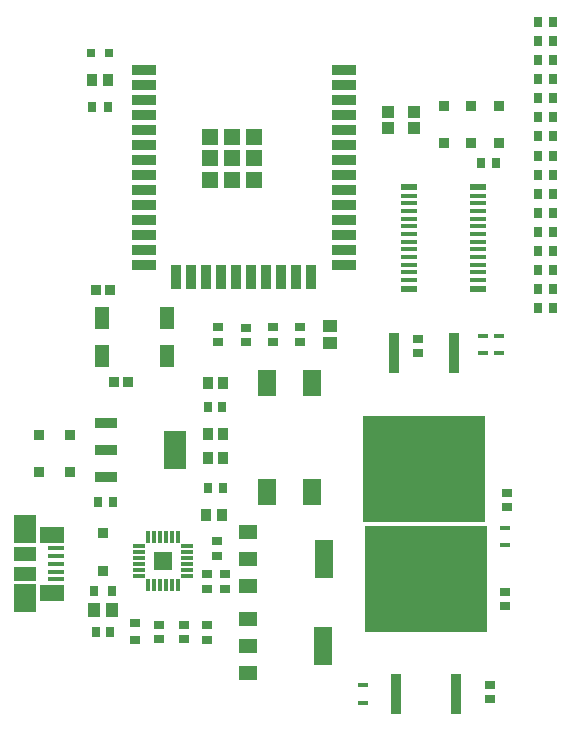
<source format=gtp>
G04*
G04 #@! TF.GenerationSoftware,Altium Limited,Altium Designer,20.1.12 (249)*
G04*
G04 Layer_Color=8421504*
%FSLAX25Y25*%
%MOIN*%
G70*
G04*
G04 #@! TF.SameCoordinates,D1749837-0096-4F70-BC88-1939EB490A75*
G04*
G04*
G04 #@! TF.FilePolarity,Positive*
G04*
G01*
G75*
%ADD16R,0.03347X0.01772*%
%ADD17R,0.02953X0.03347*%
%ADD18R,0.07874X0.03543*%
%ADD19R,0.03543X0.07874*%
%ADD20R,0.05236X0.05236*%
%ADD21R,0.03150X0.03543*%
%ADD22R,0.03740X0.03543*%
%ADD23R,0.03543X0.02953*%
%ADD24R,0.05433X0.01772*%
%ADD25R,0.08268X0.05807*%
%ADD26R,0.07480X0.09350*%
%ADD27R,0.07480X0.04626*%
%ADD28R,0.03740X0.13780*%
%ADD29R,0.40748X0.35433*%
%ADD30R,0.03543X0.03937*%
%ADD31R,0.05118X0.07480*%
%ADD32R,0.06299X0.08583*%
%ADD33R,0.06299X0.08661*%
%ADD34R,0.03543X0.03150*%
%ADD35R,0.05118X0.03937*%
%ADD36R,0.05906X0.12992*%
%ADD37R,0.05906X0.04724*%
%ADD38R,0.02953X0.03543*%
%ADD39R,0.03347X0.02953*%
%ADD40R,0.02756X0.03543*%
%ADD41R,0.03543X0.02756*%
%ADD42R,0.04331X0.03937*%
%ADD43R,0.05315X0.01575*%
%ADD44R,0.05315X0.02362*%
%ADD45R,0.04147X0.01181*%
%ADD46R,0.01181X0.04147*%
%ADD47R,0.06000X0.06000*%
%ADD48R,0.07480X0.03543*%
%ADD49R,0.07480X0.12598*%
%ADD50R,0.03740X0.03740*%
%ADD51R,0.03150X0.03150*%
%ADD52R,0.03937X0.05118*%
D16*
X284000Y230453D02*
D03*
Y224547D02*
D03*
X289500Y230405D02*
D03*
Y224500D02*
D03*
X291500Y160547D02*
D03*
Y166453D02*
D03*
X244000Y113953D02*
D03*
Y108047D02*
D03*
D17*
X307559Y309533D02*
D03*
X302441D02*
D03*
X307559Y303167D02*
D03*
X302441D02*
D03*
X307500Y296800D02*
D03*
X302382D02*
D03*
X307559Y290433D02*
D03*
X302441D02*
D03*
X307559Y284067D02*
D03*
X302441D02*
D03*
X307559Y277700D02*
D03*
X302441D02*
D03*
X307559Y271333D02*
D03*
X302441D02*
D03*
X307559Y264967D02*
D03*
X302441D02*
D03*
X307559Y245867D02*
D03*
X302441D02*
D03*
X307559Y252233D02*
D03*
X302441D02*
D03*
X307559Y258600D02*
D03*
X302441D02*
D03*
X307559Y239500D02*
D03*
X302441D02*
D03*
X307559Y315900D02*
D03*
X302441D02*
D03*
X307559Y335000D02*
D03*
X302441D02*
D03*
X307559Y322267D02*
D03*
X302441D02*
D03*
X307500Y328633D02*
D03*
X302382D02*
D03*
X283441Y288000D02*
D03*
X288559D02*
D03*
X153941Y306500D02*
D03*
X159059D02*
D03*
D18*
X171000Y319000D02*
D03*
Y314000D02*
D03*
Y309000D02*
D03*
Y304000D02*
D03*
Y299000D02*
D03*
Y294000D02*
D03*
Y289000D02*
D03*
Y284000D02*
D03*
Y279000D02*
D03*
Y274000D02*
D03*
Y269000D02*
D03*
Y264000D02*
D03*
Y259000D02*
D03*
Y254000D02*
D03*
X237929D02*
D03*
Y259000D02*
D03*
Y264000D02*
D03*
Y269000D02*
D03*
Y274000D02*
D03*
Y279000D02*
D03*
Y284000D02*
D03*
Y289000D02*
D03*
Y294000D02*
D03*
Y299000D02*
D03*
Y304000D02*
D03*
Y309000D02*
D03*
Y314000D02*
D03*
Y319000D02*
D03*
D19*
X181965Y250063D02*
D03*
X186965D02*
D03*
X191965D02*
D03*
X196965D02*
D03*
X201965D02*
D03*
X206965D02*
D03*
X211965D02*
D03*
X216965D02*
D03*
X221965D02*
D03*
X226965D02*
D03*
D20*
X193303Y296697D02*
D03*
X200528D02*
D03*
X207752D02*
D03*
X193303Y289472D02*
D03*
X200528D02*
D03*
X207752D02*
D03*
X193303Y282248D02*
D03*
X200528D02*
D03*
X207752D02*
D03*
D21*
X160685Y174921D02*
D03*
X155764D02*
D03*
X159961Y131500D02*
D03*
X155039D02*
D03*
D22*
X157630Y152106D02*
D03*
Y164508D02*
D03*
X289500Y294528D02*
D03*
Y306929D02*
D03*
X280250Y294528D02*
D03*
Y306929D02*
D03*
X271000Y294528D02*
D03*
Y306929D02*
D03*
X146630Y184807D02*
D03*
Y197209D02*
D03*
X136130Y184807D02*
D03*
Y197209D02*
D03*
D23*
X292000Y177862D02*
D03*
Y173138D02*
D03*
X291500Y144862D02*
D03*
Y140138D02*
D03*
X286500Y109138D02*
D03*
Y113862D02*
D03*
X262500Y229362D02*
D03*
Y224638D02*
D03*
X195673Y233173D02*
D03*
Y228449D02*
D03*
X205173Y233114D02*
D03*
Y228390D02*
D03*
X184547Y129157D02*
D03*
Y133882D02*
D03*
X176047Y129157D02*
D03*
Y133882D02*
D03*
D24*
X141909Y159461D02*
D03*
Y156902D02*
D03*
Y154342D02*
D03*
Y151784D02*
D03*
Y149224D02*
D03*
D25*
X140492Y164037D02*
D03*
Y144648D02*
D03*
D26*
X131437Y165809D02*
D03*
Y142876D02*
D03*
D27*
Y157640D02*
D03*
Y151045D02*
D03*
D28*
X274500Y224500D02*
D03*
X254500D02*
D03*
X255000Y111000D02*
D03*
X275000D02*
D03*
D29*
X264500Y186114D02*
D03*
X265000Y149386D02*
D03*
D30*
X159059Y315500D02*
D03*
X153941D02*
D03*
X197559Y197500D02*
D03*
X192441D02*
D03*
X191882Y170500D02*
D03*
X197000D02*
D03*
X192441Y189500D02*
D03*
X197559D02*
D03*
X197654Y214504D02*
D03*
X192535D02*
D03*
D31*
X157173Y236299D02*
D03*
Y223701D02*
D03*
X178827Y236299D02*
D03*
Y223701D02*
D03*
D32*
X227000Y178409D02*
D03*
X212000D02*
D03*
D33*
X227000Y214591D02*
D03*
X212000D02*
D03*
D34*
X214173Y228291D02*
D03*
Y233213D02*
D03*
X223173Y228291D02*
D03*
Y233213D02*
D03*
X192047Y133980D02*
D03*
Y129059D02*
D03*
D35*
X233173Y227799D02*
D03*
Y233705D02*
D03*
D36*
X231000Y156000D02*
D03*
X230902Y126945D02*
D03*
D37*
X205803Y146945D02*
D03*
Y156000D02*
D03*
Y165055D02*
D03*
X205705Y117890D02*
D03*
Y126945D02*
D03*
Y136000D02*
D03*
D38*
X192638Y179500D02*
D03*
X197362D02*
D03*
X192595Y206504D02*
D03*
X197319D02*
D03*
D39*
X195500Y156941D02*
D03*
Y162059D02*
D03*
X192303Y145886D02*
D03*
Y151004D02*
D03*
X198303Y151004D02*
D03*
Y145886D02*
D03*
D40*
X160409Y145343D02*
D03*
X154504D02*
D03*
D41*
X168047Y128795D02*
D03*
Y134701D02*
D03*
D42*
X261000Y299500D02*
D03*
Y305012D02*
D03*
X252500Y299500D02*
D03*
Y305012D02*
D03*
D43*
X282516Y271957D02*
D03*
Y274516D02*
D03*
Y277075D02*
D03*
Y269398D02*
D03*
Y266839D02*
D03*
X259484D02*
D03*
Y269398D02*
D03*
Y277075D02*
D03*
Y274516D02*
D03*
Y271957D02*
D03*
Y264280D02*
D03*
Y261720D02*
D03*
Y259161D02*
D03*
Y256602D02*
D03*
Y248925D02*
D03*
Y251484D02*
D03*
Y254043D02*
D03*
X282516D02*
D03*
Y251484D02*
D03*
Y248925D02*
D03*
Y256602D02*
D03*
Y259161D02*
D03*
Y261720D02*
D03*
Y264280D02*
D03*
D44*
X259484Y280028D02*
D03*
Y245972D02*
D03*
X282516D02*
D03*
Y280028D02*
D03*
D45*
X185611Y160185D02*
D03*
X169457D02*
D03*
Y158217D02*
D03*
Y156248D02*
D03*
Y154279D02*
D03*
Y152311D02*
D03*
Y150343D02*
D03*
X185611D02*
D03*
Y152311D02*
D03*
Y154279D02*
D03*
Y156248D02*
D03*
Y158217D02*
D03*
D46*
X172613Y147187D02*
D03*
X174581D02*
D03*
X176550D02*
D03*
X178518D02*
D03*
X180487D02*
D03*
X182455D02*
D03*
X180487Y163341D02*
D03*
X178518D02*
D03*
X176550D02*
D03*
X174581D02*
D03*
X172613D02*
D03*
X182455D02*
D03*
D47*
X177534Y155264D02*
D03*
D48*
X158433Y201350D02*
D03*
Y192295D02*
D03*
Y183240D02*
D03*
D49*
X181661Y192295D02*
D03*
D50*
X165961Y215000D02*
D03*
X161039D02*
D03*
X159961Y245500D02*
D03*
X155039D02*
D03*
D51*
X153547Y324500D02*
D03*
X159453D02*
D03*
D52*
X160409Y138842D02*
D03*
X154504D02*
D03*
M02*

</source>
